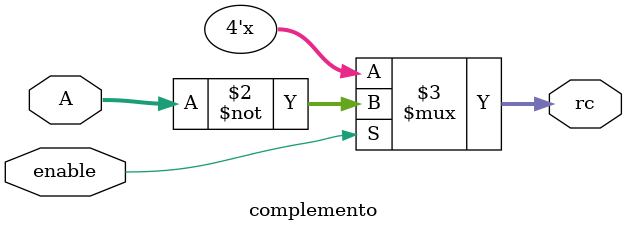
<source format=v>
module complemento #(
    parameter inputsize = 4
)(/*clock,*/ A, enable, rc);

//input clock;
input [0:inputsize - 1] A;
input enable;
output reg [0:inputsize - 1] rc;

always @ (*) begin

    if (enable) begin
        rc <= ~A;
    end

end

endmodule

</source>
